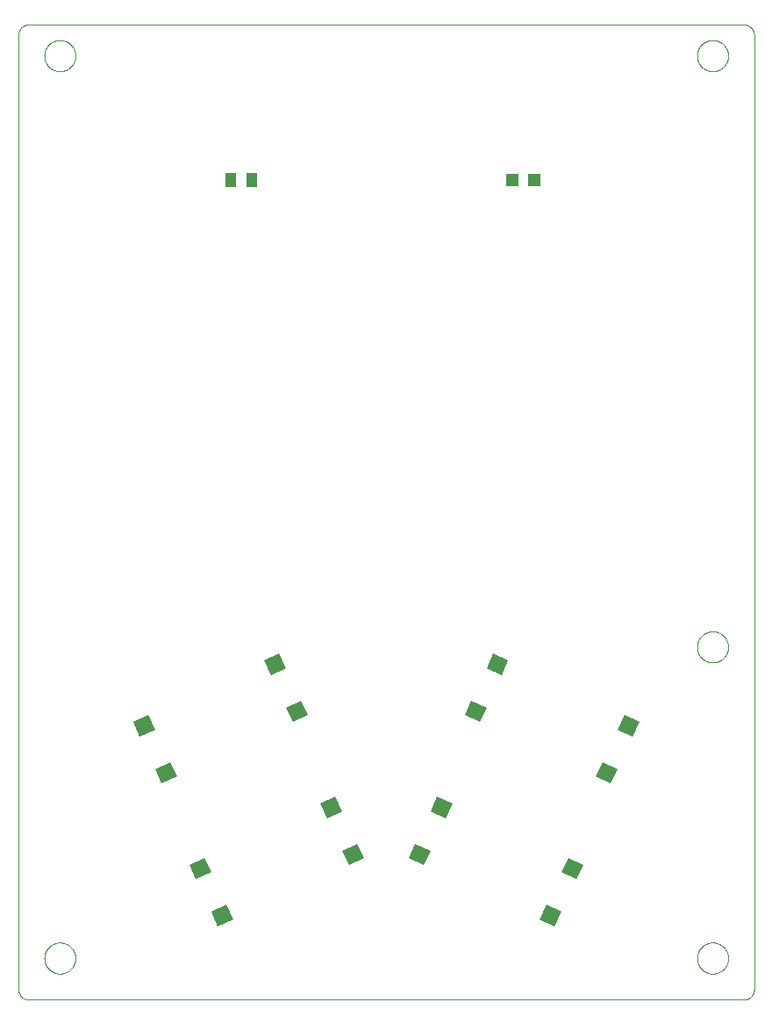
<source format=gbp>
G75*
%MOIN*%
%OFA0B0*%
%FSLAX25Y25*%
%IPPOS*%
%LPD*%
%AMOC8*
5,1,8,0,0,1.08239X$1,22.5*
%
%ADD10C,0.00000*%
%ADD11R,0.06299X0.06102*%
%ADD12R,0.04331X0.05512*%
%ADD13R,0.04724X0.04724*%
D10*
X0005437Y0002252D02*
X0277091Y0002252D01*
X0277215Y0002254D01*
X0277338Y0002260D01*
X0277462Y0002269D01*
X0277584Y0002283D01*
X0277707Y0002300D01*
X0277829Y0002322D01*
X0277950Y0002347D01*
X0278070Y0002376D01*
X0278189Y0002408D01*
X0278308Y0002445D01*
X0278425Y0002485D01*
X0278540Y0002528D01*
X0278655Y0002576D01*
X0278767Y0002627D01*
X0278878Y0002681D01*
X0278988Y0002739D01*
X0279095Y0002800D01*
X0279201Y0002865D01*
X0279304Y0002933D01*
X0279405Y0003004D01*
X0279504Y0003078D01*
X0279601Y0003155D01*
X0279695Y0003236D01*
X0279786Y0003319D01*
X0279875Y0003405D01*
X0279961Y0003494D01*
X0280044Y0003585D01*
X0280125Y0003679D01*
X0280202Y0003776D01*
X0280276Y0003875D01*
X0280347Y0003976D01*
X0280415Y0004079D01*
X0280480Y0004185D01*
X0280541Y0004292D01*
X0280599Y0004402D01*
X0280653Y0004513D01*
X0280704Y0004625D01*
X0280752Y0004740D01*
X0280795Y0004855D01*
X0280835Y0004972D01*
X0280872Y0005091D01*
X0280904Y0005210D01*
X0280933Y0005330D01*
X0280958Y0005451D01*
X0280980Y0005573D01*
X0280997Y0005696D01*
X0281011Y0005818D01*
X0281020Y0005942D01*
X0281026Y0006065D01*
X0281028Y0006189D01*
X0281028Y0368394D01*
X0281026Y0368518D01*
X0281020Y0368641D01*
X0281011Y0368765D01*
X0280997Y0368887D01*
X0280980Y0369010D01*
X0280958Y0369132D01*
X0280933Y0369253D01*
X0280904Y0369373D01*
X0280872Y0369492D01*
X0280835Y0369611D01*
X0280795Y0369728D01*
X0280752Y0369843D01*
X0280704Y0369958D01*
X0280653Y0370070D01*
X0280599Y0370181D01*
X0280541Y0370291D01*
X0280480Y0370398D01*
X0280415Y0370504D01*
X0280347Y0370607D01*
X0280276Y0370708D01*
X0280202Y0370807D01*
X0280125Y0370904D01*
X0280044Y0370998D01*
X0279961Y0371089D01*
X0279875Y0371178D01*
X0279786Y0371264D01*
X0279695Y0371347D01*
X0279601Y0371428D01*
X0279504Y0371505D01*
X0279405Y0371579D01*
X0279304Y0371650D01*
X0279201Y0371718D01*
X0279095Y0371783D01*
X0278988Y0371844D01*
X0278878Y0371902D01*
X0278767Y0371956D01*
X0278655Y0372007D01*
X0278540Y0372055D01*
X0278425Y0372098D01*
X0278308Y0372138D01*
X0278189Y0372175D01*
X0278070Y0372207D01*
X0277950Y0372236D01*
X0277829Y0372261D01*
X0277707Y0372283D01*
X0277584Y0372300D01*
X0277462Y0372314D01*
X0277338Y0372323D01*
X0277215Y0372329D01*
X0277091Y0372331D01*
X0005437Y0372331D01*
X0005313Y0372329D01*
X0005190Y0372323D01*
X0005066Y0372314D01*
X0004944Y0372300D01*
X0004821Y0372283D01*
X0004699Y0372261D01*
X0004578Y0372236D01*
X0004458Y0372207D01*
X0004339Y0372175D01*
X0004220Y0372138D01*
X0004103Y0372098D01*
X0003988Y0372055D01*
X0003873Y0372007D01*
X0003761Y0371956D01*
X0003650Y0371902D01*
X0003540Y0371844D01*
X0003433Y0371783D01*
X0003327Y0371718D01*
X0003224Y0371650D01*
X0003123Y0371579D01*
X0003024Y0371505D01*
X0002927Y0371428D01*
X0002833Y0371347D01*
X0002742Y0371264D01*
X0002653Y0371178D01*
X0002567Y0371089D01*
X0002484Y0370998D01*
X0002403Y0370904D01*
X0002326Y0370807D01*
X0002252Y0370708D01*
X0002181Y0370607D01*
X0002113Y0370504D01*
X0002048Y0370398D01*
X0001987Y0370291D01*
X0001929Y0370181D01*
X0001875Y0370070D01*
X0001824Y0369958D01*
X0001776Y0369843D01*
X0001733Y0369728D01*
X0001693Y0369611D01*
X0001656Y0369492D01*
X0001624Y0369373D01*
X0001595Y0369253D01*
X0001570Y0369132D01*
X0001548Y0369010D01*
X0001531Y0368887D01*
X0001517Y0368765D01*
X0001508Y0368641D01*
X0001502Y0368518D01*
X0001500Y0368394D01*
X0001500Y0006189D01*
X0001502Y0006065D01*
X0001508Y0005942D01*
X0001517Y0005818D01*
X0001531Y0005696D01*
X0001548Y0005573D01*
X0001570Y0005451D01*
X0001595Y0005330D01*
X0001624Y0005210D01*
X0001656Y0005091D01*
X0001693Y0004972D01*
X0001733Y0004855D01*
X0001776Y0004740D01*
X0001824Y0004625D01*
X0001875Y0004513D01*
X0001929Y0004402D01*
X0001987Y0004292D01*
X0002048Y0004185D01*
X0002113Y0004079D01*
X0002181Y0003976D01*
X0002252Y0003875D01*
X0002326Y0003776D01*
X0002403Y0003679D01*
X0002484Y0003585D01*
X0002567Y0003494D01*
X0002653Y0003405D01*
X0002742Y0003319D01*
X0002833Y0003236D01*
X0002927Y0003155D01*
X0003024Y0003078D01*
X0003123Y0003004D01*
X0003224Y0002933D01*
X0003327Y0002865D01*
X0003433Y0002800D01*
X0003540Y0002739D01*
X0003650Y0002681D01*
X0003761Y0002627D01*
X0003873Y0002576D01*
X0003988Y0002528D01*
X0004103Y0002485D01*
X0004220Y0002445D01*
X0004339Y0002408D01*
X0004458Y0002376D01*
X0004578Y0002347D01*
X0004699Y0002322D01*
X0004821Y0002300D01*
X0004944Y0002283D01*
X0005066Y0002269D01*
X0005190Y0002260D01*
X0005313Y0002254D01*
X0005437Y0002252D01*
X0011342Y0018000D02*
X0011344Y0018153D01*
X0011350Y0018307D01*
X0011360Y0018460D01*
X0011374Y0018612D01*
X0011392Y0018765D01*
X0011414Y0018916D01*
X0011439Y0019067D01*
X0011469Y0019218D01*
X0011503Y0019368D01*
X0011540Y0019516D01*
X0011581Y0019664D01*
X0011626Y0019810D01*
X0011675Y0019956D01*
X0011728Y0020100D01*
X0011784Y0020242D01*
X0011844Y0020383D01*
X0011908Y0020523D01*
X0011975Y0020661D01*
X0012046Y0020797D01*
X0012121Y0020931D01*
X0012198Y0021063D01*
X0012280Y0021193D01*
X0012364Y0021321D01*
X0012452Y0021447D01*
X0012543Y0021570D01*
X0012637Y0021691D01*
X0012735Y0021809D01*
X0012835Y0021925D01*
X0012939Y0022038D01*
X0013045Y0022149D01*
X0013154Y0022257D01*
X0013266Y0022362D01*
X0013380Y0022463D01*
X0013498Y0022562D01*
X0013617Y0022658D01*
X0013739Y0022751D01*
X0013864Y0022840D01*
X0013991Y0022927D01*
X0014120Y0023009D01*
X0014251Y0023089D01*
X0014384Y0023165D01*
X0014519Y0023238D01*
X0014656Y0023307D01*
X0014795Y0023372D01*
X0014935Y0023434D01*
X0015077Y0023492D01*
X0015220Y0023547D01*
X0015365Y0023598D01*
X0015511Y0023645D01*
X0015658Y0023688D01*
X0015806Y0023727D01*
X0015955Y0023763D01*
X0016105Y0023794D01*
X0016256Y0023822D01*
X0016407Y0023846D01*
X0016560Y0023866D01*
X0016712Y0023882D01*
X0016865Y0023894D01*
X0017018Y0023902D01*
X0017171Y0023906D01*
X0017325Y0023906D01*
X0017478Y0023902D01*
X0017631Y0023894D01*
X0017784Y0023882D01*
X0017936Y0023866D01*
X0018089Y0023846D01*
X0018240Y0023822D01*
X0018391Y0023794D01*
X0018541Y0023763D01*
X0018690Y0023727D01*
X0018838Y0023688D01*
X0018985Y0023645D01*
X0019131Y0023598D01*
X0019276Y0023547D01*
X0019419Y0023492D01*
X0019561Y0023434D01*
X0019701Y0023372D01*
X0019840Y0023307D01*
X0019977Y0023238D01*
X0020112Y0023165D01*
X0020245Y0023089D01*
X0020376Y0023009D01*
X0020505Y0022927D01*
X0020632Y0022840D01*
X0020757Y0022751D01*
X0020879Y0022658D01*
X0020998Y0022562D01*
X0021116Y0022463D01*
X0021230Y0022362D01*
X0021342Y0022257D01*
X0021451Y0022149D01*
X0021557Y0022038D01*
X0021661Y0021925D01*
X0021761Y0021809D01*
X0021859Y0021691D01*
X0021953Y0021570D01*
X0022044Y0021447D01*
X0022132Y0021321D01*
X0022216Y0021193D01*
X0022298Y0021063D01*
X0022375Y0020931D01*
X0022450Y0020797D01*
X0022521Y0020661D01*
X0022588Y0020523D01*
X0022652Y0020383D01*
X0022712Y0020242D01*
X0022768Y0020100D01*
X0022821Y0019956D01*
X0022870Y0019810D01*
X0022915Y0019664D01*
X0022956Y0019516D01*
X0022993Y0019368D01*
X0023027Y0019218D01*
X0023057Y0019067D01*
X0023082Y0018916D01*
X0023104Y0018765D01*
X0023122Y0018612D01*
X0023136Y0018460D01*
X0023146Y0018307D01*
X0023152Y0018153D01*
X0023154Y0018000D01*
X0023152Y0017847D01*
X0023146Y0017693D01*
X0023136Y0017540D01*
X0023122Y0017388D01*
X0023104Y0017235D01*
X0023082Y0017084D01*
X0023057Y0016933D01*
X0023027Y0016782D01*
X0022993Y0016632D01*
X0022956Y0016484D01*
X0022915Y0016336D01*
X0022870Y0016190D01*
X0022821Y0016044D01*
X0022768Y0015900D01*
X0022712Y0015758D01*
X0022652Y0015617D01*
X0022588Y0015477D01*
X0022521Y0015339D01*
X0022450Y0015203D01*
X0022375Y0015069D01*
X0022298Y0014937D01*
X0022216Y0014807D01*
X0022132Y0014679D01*
X0022044Y0014553D01*
X0021953Y0014430D01*
X0021859Y0014309D01*
X0021761Y0014191D01*
X0021661Y0014075D01*
X0021557Y0013962D01*
X0021451Y0013851D01*
X0021342Y0013743D01*
X0021230Y0013638D01*
X0021116Y0013537D01*
X0020998Y0013438D01*
X0020879Y0013342D01*
X0020757Y0013249D01*
X0020632Y0013160D01*
X0020505Y0013073D01*
X0020376Y0012991D01*
X0020245Y0012911D01*
X0020112Y0012835D01*
X0019977Y0012762D01*
X0019840Y0012693D01*
X0019701Y0012628D01*
X0019561Y0012566D01*
X0019419Y0012508D01*
X0019276Y0012453D01*
X0019131Y0012402D01*
X0018985Y0012355D01*
X0018838Y0012312D01*
X0018690Y0012273D01*
X0018541Y0012237D01*
X0018391Y0012206D01*
X0018240Y0012178D01*
X0018089Y0012154D01*
X0017936Y0012134D01*
X0017784Y0012118D01*
X0017631Y0012106D01*
X0017478Y0012098D01*
X0017325Y0012094D01*
X0017171Y0012094D01*
X0017018Y0012098D01*
X0016865Y0012106D01*
X0016712Y0012118D01*
X0016560Y0012134D01*
X0016407Y0012154D01*
X0016256Y0012178D01*
X0016105Y0012206D01*
X0015955Y0012237D01*
X0015806Y0012273D01*
X0015658Y0012312D01*
X0015511Y0012355D01*
X0015365Y0012402D01*
X0015220Y0012453D01*
X0015077Y0012508D01*
X0014935Y0012566D01*
X0014795Y0012628D01*
X0014656Y0012693D01*
X0014519Y0012762D01*
X0014384Y0012835D01*
X0014251Y0012911D01*
X0014120Y0012991D01*
X0013991Y0013073D01*
X0013864Y0013160D01*
X0013739Y0013249D01*
X0013617Y0013342D01*
X0013498Y0013438D01*
X0013380Y0013537D01*
X0013266Y0013638D01*
X0013154Y0013743D01*
X0013045Y0013851D01*
X0012939Y0013962D01*
X0012835Y0014075D01*
X0012735Y0014191D01*
X0012637Y0014309D01*
X0012543Y0014430D01*
X0012452Y0014553D01*
X0012364Y0014679D01*
X0012280Y0014807D01*
X0012198Y0014937D01*
X0012121Y0015069D01*
X0012046Y0015203D01*
X0011975Y0015339D01*
X0011908Y0015477D01*
X0011844Y0015617D01*
X0011784Y0015758D01*
X0011728Y0015900D01*
X0011675Y0016044D01*
X0011626Y0016190D01*
X0011581Y0016336D01*
X0011540Y0016484D01*
X0011503Y0016632D01*
X0011469Y0016782D01*
X0011439Y0016933D01*
X0011414Y0017084D01*
X0011392Y0017235D01*
X0011374Y0017388D01*
X0011360Y0017540D01*
X0011350Y0017693D01*
X0011344Y0017847D01*
X0011342Y0018000D01*
X0259374Y0018000D02*
X0259376Y0018153D01*
X0259382Y0018307D01*
X0259392Y0018460D01*
X0259406Y0018612D01*
X0259424Y0018765D01*
X0259446Y0018916D01*
X0259471Y0019067D01*
X0259501Y0019218D01*
X0259535Y0019368D01*
X0259572Y0019516D01*
X0259613Y0019664D01*
X0259658Y0019810D01*
X0259707Y0019956D01*
X0259760Y0020100D01*
X0259816Y0020242D01*
X0259876Y0020383D01*
X0259940Y0020523D01*
X0260007Y0020661D01*
X0260078Y0020797D01*
X0260153Y0020931D01*
X0260230Y0021063D01*
X0260312Y0021193D01*
X0260396Y0021321D01*
X0260484Y0021447D01*
X0260575Y0021570D01*
X0260669Y0021691D01*
X0260767Y0021809D01*
X0260867Y0021925D01*
X0260971Y0022038D01*
X0261077Y0022149D01*
X0261186Y0022257D01*
X0261298Y0022362D01*
X0261412Y0022463D01*
X0261530Y0022562D01*
X0261649Y0022658D01*
X0261771Y0022751D01*
X0261896Y0022840D01*
X0262023Y0022927D01*
X0262152Y0023009D01*
X0262283Y0023089D01*
X0262416Y0023165D01*
X0262551Y0023238D01*
X0262688Y0023307D01*
X0262827Y0023372D01*
X0262967Y0023434D01*
X0263109Y0023492D01*
X0263252Y0023547D01*
X0263397Y0023598D01*
X0263543Y0023645D01*
X0263690Y0023688D01*
X0263838Y0023727D01*
X0263987Y0023763D01*
X0264137Y0023794D01*
X0264288Y0023822D01*
X0264439Y0023846D01*
X0264592Y0023866D01*
X0264744Y0023882D01*
X0264897Y0023894D01*
X0265050Y0023902D01*
X0265203Y0023906D01*
X0265357Y0023906D01*
X0265510Y0023902D01*
X0265663Y0023894D01*
X0265816Y0023882D01*
X0265968Y0023866D01*
X0266121Y0023846D01*
X0266272Y0023822D01*
X0266423Y0023794D01*
X0266573Y0023763D01*
X0266722Y0023727D01*
X0266870Y0023688D01*
X0267017Y0023645D01*
X0267163Y0023598D01*
X0267308Y0023547D01*
X0267451Y0023492D01*
X0267593Y0023434D01*
X0267733Y0023372D01*
X0267872Y0023307D01*
X0268009Y0023238D01*
X0268144Y0023165D01*
X0268277Y0023089D01*
X0268408Y0023009D01*
X0268537Y0022927D01*
X0268664Y0022840D01*
X0268789Y0022751D01*
X0268911Y0022658D01*
X0269030Y0022562D01*
X0269148Y0022463D01*
X0269262Y0022362D01*
X0269374Y0022257D01*
X0269483Y0022149D01*
X0269589Y0022038D01*
X0269693Y0021925D01*
X0269793Y0021809D01*
X0269891Y0021691D01*
X0269985Y0021570D01*
X0270076Y0021447D01*
X0270164Y0021321D01*
X0270248Y0021193D01*
X0270330Y0021063D01*
X0270407Y0020931D01*
X0270482Y0020797D01*
X0270553Y0020661D01*
X0270620Y0020523D01*
X0270684Y0020383D01*
X0270744Y0020242D01*
X0270800Y0020100D01*
X0270853Y0019956D01*
X0270902Y0019810D01*
X0270947Y0019664D01*
X0270988Y0019516D01*
X0271025Y0019368D01*
X0271059Y0019218D01*
X0271089Y0019067D01*
X0271114Y0018916D01*
X0271136Y0018765D01*
X0271154Y0018612D01*
X0271168Y0018460D01*
X0271178Y0018307D01*
X0271184Y0018153D01*
X0271186Y0018000D01*
X0271184Y0017847D01*
X0271178Y0017693D01*
X0271168Y0017540D01*
X0271154Y0017388D01*
X0271136Y0017235D01*
X0271114Y0017084D01*
X0271089Y0016933D01*
X0271059Y0016782D01*
X0271025Y0016632D01*
X0270988Y0016484D01*
X0270947Y0016336D01*
X0270902Y0016190D01*
X0270853Y0016044D01*
X0270800Y0015900D01*
X0270744Y0015758D01*
X0270684Y0015617D01*
X0270620Y0015477D01*
X0270553Y0015339D01*
X0270482Y0015203D01*
X0270407Y0015069D01*
X0270330Y0014937D01*
X0270248Y0014807D01*
X0270164Y0014679D01*
X0270076Y0014553D01*
X0269985Y0014430D01*
X0269891Y0014309D01*
X0269793Y0014191D01*
X0269693Y0014075D01*
X0269589Y0013962D01*
X0269483Y0013851D01*
X0269374Y0013743D01*
X0269262Y0013638D01*
X0269148Y0013537D01*
X0269030Y0013438D01*
X0268911Y0013342D01*
X0268789Y0013249D01*
X0268664Y0013160D01*
X0268537Y0013073D01*
X0268408Y0012991D01*
X0268277Y0012911D01*
X0268144Y0012835D01*
X0268009Y0012762D01*
X0267872Y0012693D01*
X0267733Y0012628D01*
X0267593Y0012566D01*
X0267451Y0012508D01*
X0267308Y0012453D01*
X0267163Y0012402D01*
X0267017Y0012355D01*
X0266870Y0012312D01*
X0266722Y0012273D01*
X0266573Y0012237D01*
X0266423Y0012206D01*
X0266272Y0012178D01*
X0266121Y0012154D01*
X0265968Y0012134D01*
X0265816Y0012118D01*
X0265663Y0012106D01*
X0265510Y0012098D01*
X0265357Y0012094D01*
X0265203Y0012094D01*
X0265050Y0012098D01*
X0264897Y0012106D01*
X0264744Y0012118D01*
X0264592Y0012134D01*
X0264439Y0012154D01*
X0264288Y0012178D01*
X0264137Y0012206D01*
X0263987Y0012237D01*
X0263838Y0012273D01*
X0263690Y0012312D01*
X0263543Y0012355D01*
X0263397Y0012402D01*
X0263252Y0012453D01*
X0263109Y0012508D01*
X0262967Y0012566D01*
X0262827Y0012628D01*
X0262688Y0012693D01*
X0262551Y0012762D01*
X0262416Y0012835D01*
X0262283Y0012911D01*
X0262152Y0012991D01*
X0262023Y0013073D01*
X0261896Y0013160D01*
X0261771Y0013249D01*
X0261649Y0013342D01*
X0261530Y0013438D01*
X0261412Y0013537D01*
X0261298Y0013638D01*
X0261186Y0013743D01*
X0261077Y0013851D01*
X0260971Y0013962D01*
X0260867Y0014075D01*
X0260767Y0014191D01*
X0260669Y0014309D01*
X0260575Y0014430D01*
X0260484Y0014553D01*
X0260396Y0014679D01*
X0260312Y0014807D01*
X0260230Y0014937D01*
X0260153Y0015069D01*
X0260078Y0015203D01*
X0260007Y0015339D01*
X0259940Y0015477D01*
X0259876Y0015617D01*
X0259816Y0015758D01*
X0259760Y0015900D01*
X0259707Y0016044D01*
X0259658Y0016190D01*
X0259613Y0016336D01*
X0259572Y0016484D01*
X0259535Y0016632D01*
X0259501Y0016782D01*
X0259471Y0016933D01*
X0259446Y0017084D01*
X0259424Y0017235D01*
X0259406Y0017388D01*
X0259392Y0017540D01*
X0259382Y0017693D01*
X0259376Y0017847D01*
X0259374Y0018000D01*
X0259374Y0136110D02*
X0259376Y0136263D01*
X0259382Y0136417D01*
X0259392Y0136570D01*
X0259406Y0136722D01*
X0259424Y0136875D01*
X0259446Y0137026D01*
X0259471Y0137177D01*
X0259501Y0137328D01*
X0259535Y0137478D01*
X0259572Y0137626D01*
X0259613Y0137774D01*
X0259658Y0137920D01*
X0259707Y0138066D01*
X0259760Y0138210D01*
X0259816Y0138352D01*
X0259876Y0138493D01*
X0259940Y0138633D01*
X0260007Y0138771D01*
X0260078Y0138907D01*
X0260153Y0139041D01*
X0260230Y0139173D01*
X0260312Y0139303D01*
X0260396Y0139431D01*
X0260484Y0139557D01*
X0260575Y0139680D01*
X0260669Y0139801D01*
X0260767Y0139919D01*
X0260867Y0140035D01*
X0260971Y0140148D01*
X0261077Y0140259D01*
X0261186Y0140367D01*
X0261298Y0140472D01*
X0261412Y0140573D01*
X0261530Y0140672D01*
X0261649Y0140768D01*
X0261771Y0140861D01*
X0261896Y0140950D01*
X0262023Y0141037D01*
X0262152Y0141119D01*
X0262283Y0141199D01*
X0262416Y0141275D01*
X0262551Y0141348D01*
X0262688Y0141417D01*
X0262827Y0141482D01*
X0262967Y0141544D01*
X0263109Y0141602D01*
X0263252Y0141657D01*
X0263397Y0141708D01*
X0263543Y0141755D01*
X0263690Y0141798D01*
X0263838Y0141837D01*
X0263987Y0141873D01*
X0264137Y0141904D01*
X0264288Y0141932D01*
X0264439Y0141956D01*
X0264592Y0141976D01*
X0264744Y0141992D01*
X0264897Y0142004D01*
X0265050Y0142012D01*
X0265203Y0142016D01*
X0265357Y0142016D01*
X0265510Y0142012D01*
X0265663Y0142004D01*
X0265816Y0141992D01*
X0265968Y0141976D01*
X0266121Y0141956D01*
X0266272Y0141932D01*
X0266423Y0141904D01*
X0266573Y0141873D01*
X0266722Y0141837D01*
X0266870Y0141798D01*
X0267017Y0141755D01*
X0267163Y0141708D01*
X0267308Y0141657D01*
X0267451Y0141602D01*
X0267593Y0141544D01*
X0267733Y0141482D01*
X0267872Y0141417D01*
X0268009Y0141348D01*
X0268144Y0141275D01*
X0268277Y0141199D01*
X0268408Y0141119D01*
X0268537Y0141037D01*
X0268664Y0140950D01*
X0268789Y0140861D01*
X0268911Y0140768D01*
X0269030Y0140672D01*
X0269148Y0140573D01*
X0269262Y0140472D01*
X0269374Y0140367D01*
X0269483Y0140259D01*
X0269589Y0140148D01*
X0269693Y0140035D01*
X0269793Y0139919D01*
X0269891Y0139801D01*
X0269985Y0139680D01*
X0270076Y0139557D01*
X0270164Y0139431D01*
X0270248Y0139303D01*
X0270330Y0139173D01*
X0270407Y0139041D01*
X0270482Y0138907D01*
X0270553Y0138771D01*
X0270620Y0138633D01*
X0270684Y0138493D01*
X0270744Y0138352D01*
X0270800Y0138210D01*
X0270853Y0138066D01*
X0270902Y0137920D01*
X0270947Y0137774D01*
X0270988Y0137626D01*
X0271025Y0137478D01*
X0271059Y0137328D01*
X0271089Y0137177D01*
X0271114Y0137026D01*
X0271136Y0136875D01*
X0271154Y0136722D01*
X0271168Y0136570D01*
X0271178Y0136417D01*
X0271184Y0136263D01*
X0271186Y0136110D01*
X0271184Y0135957D01*
X0271178Y0135803D01*
X0271168Y0135650D01*
X0271154Y0135498D01*
X0271136Y0135345D01*
X0271114Y0135194D01*
X0271089Y0135043D01*
X0271059Y0134892D01*
X0271025Y0134742D01*
X0270988Y0134594D01*
X0270947Y0134446D01*
X0270902Y0134300D01*
X0270853Y0134154D01*
X0270800Y0134010D01*
X0270744Y0133868D01*
X0270684Y0133727D01*
X0270620Y0133587D01*
X0270553Y0133449D01*
X0270482Y0133313D01*
X0270407Y0133179D01*
X0270330Y0133047D01*
X0270248Y0132917D01*
X0270164Y0132789D01*
X0270076Y0132663D01*
X0269985Y0132540D01*
X0269891Y0132419D01*
X0269793Y0132301D01*
X0269693Y0132185D01*
X0269589Y0132072D01*
X0269483Y0131961D01*
X0269374Y0131853D01*
X0269262Y0131748D01*
X0269148Y0131647D01*
X0269030Y0131548D01*
X0268911Y0131452D01*
X0268789Y0131359D01*
X0268664Y0131270D01*
X0268537Y0131183D01*
X0268408Y0131101D01*
X0268277Y0131021D01*
X0268144Y0130945D01*
X0268009Y0130872D01*
X0267872Y0130803D01*
X0267733Y0130738D01*
X0267593Y0130676D01*
X0267451Y0130618D01*
X0267308Y0130563D01*
X0267163Y0130512D01*
X0267017Y0130465D01*
X0266870Y0130422D01*
X0266722Y0130383D01*
X0266573Y0130347D01*
X0266423Y0130316D01*
X0266272Y0130288D01*
X0266121Y0130264D01*
X0265968Y0130244D01*
X0265816Y0130228D01*
X0265663Y0130216D01*
X0265510Y0130208D01*
X0265357Y0130204D01*
X0265203Y0130204D01*
X0265050Y0130208D01*
X0264897Y0130216D01*
X0264744Y0130228D01*
X0264592Y0130244D01*
X0264439Y0130264D01*
X0264288Y0130288D01*
X0264137Y0130316D01*
X0263987Y0130347D01*
X0263838Y0130383D01*
X0263690Y0130422D01*
X0263543Y0130465D01*
X0263397Y0130512D01*
X0263252Y0130563D01*
X0263109Y0130618D01*
X0262967Y0130676D01*
X0262827Y0130738D01*
X0262688Y0130803D01*
X0262551Y0130872D01*
X0262416Y0130945D01*
X0262283Y0131021D01*
X0262152Y0131101D01*
X0262023Y0131183D01*
X0261896Y0131270D01*
X0261771Y0131359D01*
X0261649Y0131452D01*
X0261530Y0131548D01*
X0261412Y0131647D01*
X0261298Y0131748D01*
X0261186Y0131853D01*
X0261077Y0131961D01*
X0260971Y0132072D01*
X0260867Y0132185D01*
X0260767Y0132301D01*
X0260669Y0132419D01*
X0260575Y0132540D01*
X0260484Y0132663D01*
X0260396Y0132789D01*
X0260312Y0132917D01*
X0260230Y0133047D01*
X0260153Y0133179D01*
X0260078Y0133313D01*
X0260007Y0133449D01*
X0259940Y0133587D01*
X0259876Y0133727D01*
X0259816Y0133868D01*
X0259760Y0134010D01*
X0259707Y0134154D01*
X0259658Y0134300D01*
X0259613Y0134446D01*
X0259572Y0134594D01*
X0259535Y0134742D01*
X0259501Y0134892D01*
X0259471Y0135043D01*
X0259446Y0135194D01*
X0259424Y0135345D01*
X0259406Y0135498D01*
X0259392Y0135650D01*
X0259382Y0135803D01*
X0259376Y0135957D01*
X0259374Y0136110D01*
X0259374Y0360520D02*
X0259376Y0360673D01*
X0259382Y0360827D01*
X0259392Y0360980D01*
X0259406Y0361132D01*
X0259424Y0361285D01*
X0259446Y0361436D01*
X0259471Y0361587D01*
X0259501Y0361738D01*
X0259535Y0361888D01*
X0259572Y0362036D01*
X0259613Y0362184D01*
X0259658Y0362330D01*
X0259707Y0362476D01*
X0259760Y0362620D01*
X0259816Y0362762D01*
X0259876Y0362903D01*
X0259940Y0363043D01*
X0260007Y0363181D01*
X0260078Y0363317D01*
X0260153Y0363451D01*
X0260230Y0363583D01*
X0260312Y0363713D01*
X0260396Y0363841D01*
X0260484Y0363967D01*
X0260575Y0364090D01*
X0260669Y0364211D01*
X0260767Y0364329D01*
X0260867Y0364445D01*
X0260971Y0364558D01*
X0261077Y0364669D01*
X0261186Y0364777D01*
X0261298Y0364882D01*
X0261412Y0364983D01*
X0261530Y0365082D01*
X0261649Y0365178D01*
X0261771Y0365271D01*
X0261896Y0365360D01*
X0262023Y0365447D01*
X0262152Y0365529D01*
X0262283Y0365609D01*
X0262416Y0365685D01*
X0262551Y0365758D01*
X0262688Y0365827D01*
X0262827Y0365892D01*
X0262967Y0365954D01*
X0263109Y0366012D01*
X0263252Y0366067D01*
X0263397Y0366118D01*
X0263543Y0366165D01*
X0263690Y0366208D01*
X0263838Y0366247D01*
X0263987Y0366283D01*
X0264137Y0366314D01*
X0264288Y0366342D01*
X0264439Y0366366D01*
X0264592Y0366386D01*
X0264744Y0366402D01*
X0264897Y0366414D01*
X0265050Y0366422D01*
X0265203Y0366426D01*
X0265357Y0366426D01*
X0265510Y0366422D01*
X0265663Y0366414D01*
X0265816Y0366402D01*
X0265968Y0366386D01*
X0266121Y0366366D01*
X0266272Y0366342D01*
X0266423Y0366314D01*
X0266573Y0366283D01*
X0266722Y0366247D01*
X0266870Y0366208D01*
X0267017Y0366165D01*
X0267163Y0366118D01*
X0267308Y0366067D01*
X0267451Y0366012D01*
X0267593Y0365954D01*
X0267733Y0365892D01*
X0267872Y0365827D01*
X0268009Y0365758D01*
X0268144Y0365685D01*
X0268277Y0365609D01*
X0268408Y0365529D01*
X0268537Y0365447D01*
X0268664Y0365360D01*
X0268789Y0365271D01*
X0268911Y0365178D01*
X0269030Y0365082D01*
X0269148Y0364983D01*
X0269262Y0364882D01*
X0269374Y0364777D01*
X0269483Y0364669D01*
X0269589Y0364558D01*
X0269693Y0364445D01*
X0269793Y0364329D01*
X0269891Y0364211D01*
X0269985Y0364090D01*
X0270076Y0363967D01*
X0270164Y0363841D01*
X0270248Y0363713D01*
X0270330Y0363583D01*
X0270407Y0363451D01*
X0270482Y0363317D01*
X0270553Y0363181D01*
X0270620Y0363043D01*
X0270684Y0362903D01*
X0270744Y0362762D01*
X0270800Y0362620D01*
X0270853Y0362476D01*
X0270902Y0362330D01*
X0270947Y0362184D01*
X0270988Y0362036D01*
X0271025Y0361888D01*
X0271059Y0361738D01*
X0271089Y0361587D01*
X0271114Y0361436D01*
X0271136Y0361285D01*
X0271154Y0361132D01*
X0271168Y0360980D01*
X0271178Y0360827D01*
X0271184Y0360673D01*
X0271186Y0360520D01*
X0271184Y0360367D01*
X0271178Y0360213D01*
X0271168Y0360060D01*
X0271154Y0359908D01*
X0271136Y0359755D01*
X0271114Y0359604D01*
X0271089Y0359453D01*
X0271059Y0359302D01*
X0271025Y0359152D01*
X0270988Y0359004D01*
X0270947Y0358856D01*
X0270902Y0358710D01*
X0270853Y0358564D01*
X0270800Y0358420D01*
X0270744Y0358278D01*
X0270684Y0358137D01*
X0270620Y0357997D01*
X0270553Y0357859D01*
X0270482Y0357723D01*
X0270407Y0357589D01*
X0270330Y0357457D01*
X0270248Y0357327D01*
X0270164Y0357199D01*
X0270076Y0357073D01*
X0269985Y0356950D01*
X0269891Y0356829D01*
X0269793Y0356711D01*
X0269693Y0356595D01*
X0269589Y0356482D01*
X0269483Y0356371D01*
X0269374Y0356263D01*
X0269262Y0356158D01*
X0269148Y0356057D01*
X0269030Y0355958D01*
X0268911Y0355862D01*
X0268789Y0355769D01*
X0268664Y0355680D01*
X0268537Y0355593D01*
X0268408Y0355511D01*
X0268277Y0355431D01*
X0268144Y0355355D01*
X0268009Y0355282D01*
X0267872Y0355213D01*
X0267733Y0355148D01*
X0267593Y0355086D01*
X0267451Y0355028D01*
X0267308Y0354973D01*
X0267163Y0354922D01*
X0267017Y0354875D01*
X0266870Y0354832D01*
X0266722Y0354793D01*
X0266573Y0354757D01*
X0266423Y0354726D01*
X0266272Y0354698D01*
X0266121Y0354674D01*
X0265968Y0354654D01*
X0265816Y0354638D01*
X0265663Y0354626D01*
X0265510Y0354618D01*
X0265357Y0354614D01*
X0265203Y0354614D01*
X0265050Y0354618D01*
X0264897Y0354626D01*
X0264744Y0354638D01*
X0264592Y0354654D01*
X0264439Y0354674D01*
X0264288Y0354698D01*
X0264137Y0354726D01*
X0263987Y0354757D01*
X0263838Y0354793D01*
X0263690Y0354832D01*
X0263543Y0354875D01*
X0263397Y0354922D01*
X0263252Y0354973D01*
X0263109Y0355028D01*
X0262967Y0355086D01*
X0262827Y0355148D01*
X0262688Y0355213D01*
X0262551Y0355282D01*
X0262416Y0355355D01*
X0262283Y0355431D01*
X0262152Y0355511D01*
X0262023Y0355593D01*
X0261896Y0355680D01*
X0261771Y0355769D01*
X0261649Y0355862D01*
X0261530Y0355958D01*
X0261412Y0356057D01*
X0261298Y0356158D01*
X0261186Y0356263D01*
X0261077Y0356371D01*
X0260971Y0356482D01*
X0260867Y0356595D01*
X0260767Y0356711D01*
X0260669Y0356829D01*
X0260575Y0356950D01*
X0260484Y0357073D01*
X0260396Y0357199D01*
X0260312Y0357327D01*
X0260230Y0357457D01*
X0260153Y0357589D01*
X0260078Y0357723D01*
X0260007Y0357859D01*
X0259940Y0357997D01*
X0259876Y0358137D01*
X0259816Y0358278D01*
X0259760Y0358420D01*
X0259707Y0358564D01*
X0259658Y0358710D01*
X0259613Y0358856D01*
X0259572Y0359004D01*
X0259535Y0359152D01*
X0259501Y0359302D01*
X0259471Y0359453D01*
X0259446Y0359604D01*
X0259424Y0359755D01*
X0259406Y0359908D01*
X0259392Y0360060D01*
X0259382Y0360213D01*
X0259376Y0360367D01*
X0259374Y0360520D01*
X0011342Y0360520D02*
X0011344Y0360673D01*
X0011350Y0360827D01*
X0011360Y0360980D01*
X0011374Y0361132D01*
X0011392Y0361285D01*
X0011414Y0361436D01*
X0011439Y0361587D01*
X0011469Y0361738D01*
X0011503Y0361888D01*
X0011540Y0362036D01*
X0011581Y0362184D01*
X0011626Y0362330D01*
X0011675Y0362476D01*
X0011728Y0362620D01*
X0011784Y0362762D01*
X0011844Y0362903D01*
X0011908Y0363043D01*
X0011975Y0363181D01*
X0012046Y0363317D01*
X0012121Y0363451D01*
X0012198Y0363583D01*
X0012280Y0363713D01*
X0012364Y0363841D01*
X0012452Y0363967D01*
X0012543Y0364090D01*
X0012637Y0364211D01*
X0012735Y0364329D01*
X0012835Y0364445D01*
X0012939Y0364558D01*
X0013045Y0364669D01*
X0013154Y0364777D01*
X0013266Y0364882D01*
X0013380Y0364983D01*
X0013498Y0365082D01*
X0013617Y0365178D01*
X0013739Y0365271D01*
X0013864Y0365360D01*
X0013991Y0365447D01*
X0014120Y0365529D01*
X0014251Y0365609D01*
X0014384Y0365685D01*
X0014519Y0365758D01*
X0014656Y0365827D01*
X0014795Y0365892D01*
X0014935Y0365954D01*
X0015077Y0366012D01*
X0015220Y0366067D01*
X0015365Y0366118D01*
X0015511Y0366165D01*
X0015658Y0366208D01*
X0015806Y0366247D01*
X0015955Y0366283D01*
X0016105Y0366314D01*
X0016256Y0366342D01*
X0016407Y0366366D01*
X0016560Y0366386D01*
X0016712Y0366402D01*
X0016865Y0366414D01*
X0017018Y0366422D01*
X0017171Y0366426D01*
X0017325Y0366426D01*
X0017478Y0366422D01*
X0017631Y0366414D01*
X0017784Y0366402D01*
X0017936Y0366386D01*
X0018089Y0366366D01*
X0018240Y0366342D01*
X0018391Y0366314D01*
X0018541Y0366283D01*
X0018690Y0366247D01*
X0018838Y0366208D01*
X0018985Y0366165D01*
X0019131Y0366118D01*
X0019276Y0366067D01*
X0019419Y0366012D01*
X0019561Y0365954D01*
X0019701Y0365892D01*
X0019840Y0365827D01*
X0019977Y0365758D01*
X0020112Y0365685D01*
X0020245Y0365609D01*
X0020376Y0365529D01*
X0020505Y0365447D01*
X0020632Y0365360D01*
X0020757Y0365271D01*
X0020879Y0365178D01*
X0020998Y0365082D01*
X0021116Y0364983D01*
X0021230Y0364882D01*
X0021342Y0364777D01*
X0021451Y0364669D01*
X0021557Y0364558D01*
X0021661Y0364445D01*
X0021761Y0364329D01*
X0021859Y0364211D01*
X0021953Y0364090D01*
X0022044Y0363967D01*
X0022132Y0363841D01*
X0022216Y0363713D01*
X0022298Y0363583D01*
X0022375Y0363451D01*
X0022450Y0363317D01*
X0022521Y0363181D01*
X0022588Y0363043D01*
X0022652Y0362903D01*
X0022712Y0362762D01*
X0022768Y0362620D01*
X0022821Y0362476D01*
X0022870Y0362330D01*
X0022915Y0362184D01*
X0022956Y0362036D01*
X0022993Y0361888D01*
X0023027Y0361738D01*
X0023057Y0361587D01*
X0023082Y0361436D01*
X0023104Y0361285D01*
X0023122Y0361132D01*
X0023136Y0360980D01*
X0023146Y0360827D01*
X0023152Y0360673D01*
X0023154Y0360520D01*
X0023152Y0360367D01*
X0023146Y0360213D01*
X0023136Y0360060D01*
X0023122Y0359908D01*
X0023104Y0359755D01*
X0023082Y0359604D01*
X0023057Y0359453D01*
X0023027Y0359302D01*
X0022993Y0359152D01*
X0022956Y0359004D01*
X0022915Y0358856D01*
X0022870Y0358710D01*
X0022821Y0358564D01*
X0022768Y0358420D01*
X0022712Y0358278D01*
X0022652Y0358137D01*
X0022588Y0357997D01*
X0022521Y0357859D01*
X0022450Y0357723D01*
X0022375Y0357589D01*
X0022298Y0357457D01*
X0022216Y0357327D01*
X0022132Y0357199D01*
X0022044Y0357073D01*
X0021953Y0356950D01*
X0021859Y0356829D01*
X0021761Y0356711D01*
X0021661Y0356595D01*
X0021557Y0356482D01*
X0021451Y0356371D01*
X0021342Y0356263D01*
X0021230Y0356158D01*
X0021116Y0356057D01*
X0020998Y0355958D01*
X0020879Y0355862D01*
X0020757Y0355769D01*
X0020632Y0355680D01*
X0020505Y0355593D01*
X0020376Y0355511D01*
X0020245Y0355431D01*
X0020112Y0355355D01*
X0019977Y0355282D01*
X0019840Y0355213D01*
X0019701Y0355148D01*
X0019561Y0355086D01*
X0019419Y0355028D01*
X0019276Y0354973D01*
X0019131Y0354922D01*
X0018985Y0354875D01*
X0018838Y0354832D01*
X0018690Y0354793D01*
X0018541Y0354757D01*
X0018391Y0354726D01*
X0018240Y0354698D01*
X0018089Y0354674D01*
X0017936Y0354654D01*
X0017784Y0354638D01*
X0017631Y0354626D01*
X0017478Y0354618D01*
X0017325Y0354614D01*
X0017171Y0354614D01*
X0017018Y0354618D01*
X0016865Y0354626D01*
X0016712Y0354638D01*
X0016560Y0354654D01*
X0016407Y0354674D01*
X0016256Y0354698D01*
X0016105Y0354726D01*
X0015955Y0354757D01*
X0015806Y0354793D01*
X0015658Y0354832D01*
X0015511Y0354875D01*
X0015365Y0354922D01*
X0015220Y0354973D01*
X0015077Y0355028D01*
X0014935Y0355086D01*
X0014795Y0355148D01*
X0014656Y0355213D01*
X0014519Y0355282D01*
X0014384Y0355355D01*
X0014251Y0355431D01*
X0014120Y0355511D01*
X0013991Y0355593D01*
X0013864Y0355680D01*
X0013739Y0355769D01*
X0013617Y0355862D01*
X0013498Y0355958D01*
X0013380Y0356057D01*
X0013266Y0356158D01*
X0013154Y0356263D01*
X0013045Y0356371D01*
X0012939Y0356482D01*
X0012835Y0356595D01*
X0012735Y0356711D01*
X0012637Y0356829D01*
X0012543Y0356950D01*
X0012452Y0357073D01*
X0012364Y0357199D01*
X0012280Y0357327D01*
X0012198Y0357457D01*
X0012121Y0357589D01*
X0012046Y0357723D01*
X0011975Y0357859D01*
X0011908Y0357997D01*
X0011844Y0358137D01*
X0011784Y0358278D01*
X0011728Y0358420D01*
X0011675Y0358564D01*
X0011626Y0358710D01*
X0011581Y0358856D01*
X0011540Y0359004D01*
X0011503Y0359152D01*
X0011469Y0359302D01*
X0011439Y0359453D01*
X0011414Y0359604D01*
X0011392Y0359755D01*
X0011374Y0359908D01*
X0011360Y0360060D01*
X0011350Y0360213D01*
X0011344Y0360367D01*
X0011342Y0360520D01*
D11*
G36*
X0103143Y0128012D02*
X0097436Y0125351D01*
X0094857Y0130880D01*
X0100564Y0133541D01*
X0103143Y0128012D01*
G37*
G36*
X0111462Y0110171D02*
X0105755Y0107510D01*
X0103176Y0113039D01*
X0108883Y0115700D01*
X0111462Y0110171D01*
G37*
G36*
X0124468Y0073752D02*
X0118761Y0071091D01*
X0116182Y0076620D01*
X0121889Y0079281D01*
X0124468Y0073752D01*
G37*
G36*
X0132787Y0055911D02*
X0127080Y0053250D01*
X0124501Y0058779D01*
X0130208Y0061440D01*
X0132787Y0055911D01*
G37*
G36*
X0152319Y0061440D02*
X0158026Y0058779D01*
X0155447Y0053250D01*
X0149740Y0055911D01*
X0152319Y0061440D01*
G37*
G36*
X0160638Y0079281D02*
X0166345Y0076620D01*
X0163766Y0071091D01*
X0158059Y0073752D01*
X0160638Y0079281D01*
G37*
G36*
X0173645Y0115700D02*
X0179352Y0113039D01*
X0176773Y0107510D01*
X0171066Y0110171D01*
X0173645Y0115700D01*
G37*
G36*
X0181964Y0133541D02*
X0187671Y0130880D01*
X0185092Y0125351D01*
X0179385Y0128012D01*
X0181964Y0133541D01*
G37*
G36*
X0223420Y0092489D02*
X0229127Y0089828D01*
X0226548Y0084299D01*
X0220841Y0086960D01*
X0223420Y0092489D01*
G37*
G36*
X0231739Y0110330D02*
X0237446Y0107669D01*
X0234867Y0102140D01*
X0229160Y0104801D01*
X0231739Y0110330D01*
G37*
G36*
X0210414Y0056070D02*
X0216121Y0053409D01*
X0213542Y0047880D01*
X0207835Y0050541D01*
X0210414Y0056070D01*
G37*
G36*
X0202095Y0038229D02*
X0207802Y0035568D01*
X0205223Y0030039D01*
X0199516Y0032700D01*
X0202095Y0038229D01*
G37*
G36*
X0083012Y0032700D02*
X0077305Y0030039D01*
X0074726Y0035568D01*
X0080433Y0038229D01*
X0083012Y0032700D01*
G37*
G36*
X0074693Y0050541D02*
X0068986Y0047880D01*
X0066407Y0053409D01*
X0072114Y0056070D01*
X0074693Y0050541D01*
G37*
G36*
X0061687Y0086960D02*
X0055980Y0084299D01*
X0053401Y0089828D01*
X0059108Y0092489D01*
X0061687Y0086960D01*
G37*
G36*
X0053367Y0104801D02*
X0047660Y0102140D01*
X0045081Y0107669D01*
X0050788Y0110330D01*
X0053367Y0104801D01*
G37*
D12*
X0082209Y0313276D03*
X0090083Y0313276D03*
D13*
X0189295Y0313276D03*
X0197563Y0313276D03*
M02*

</source>
